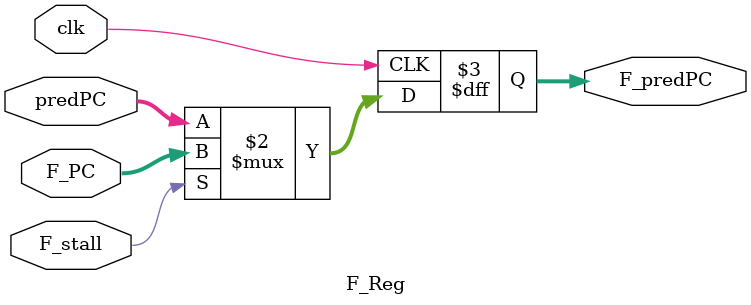
<source format=v>
module F_Reg
(
    input clk,
    input F_stall,
    input [63:0] predPC, F_PC,

    output reg [63:0] F_predPC
);
    always @(posedge clk) F_predPC <= F_stall ? F_PC : predPC;
endmodule
</source>
